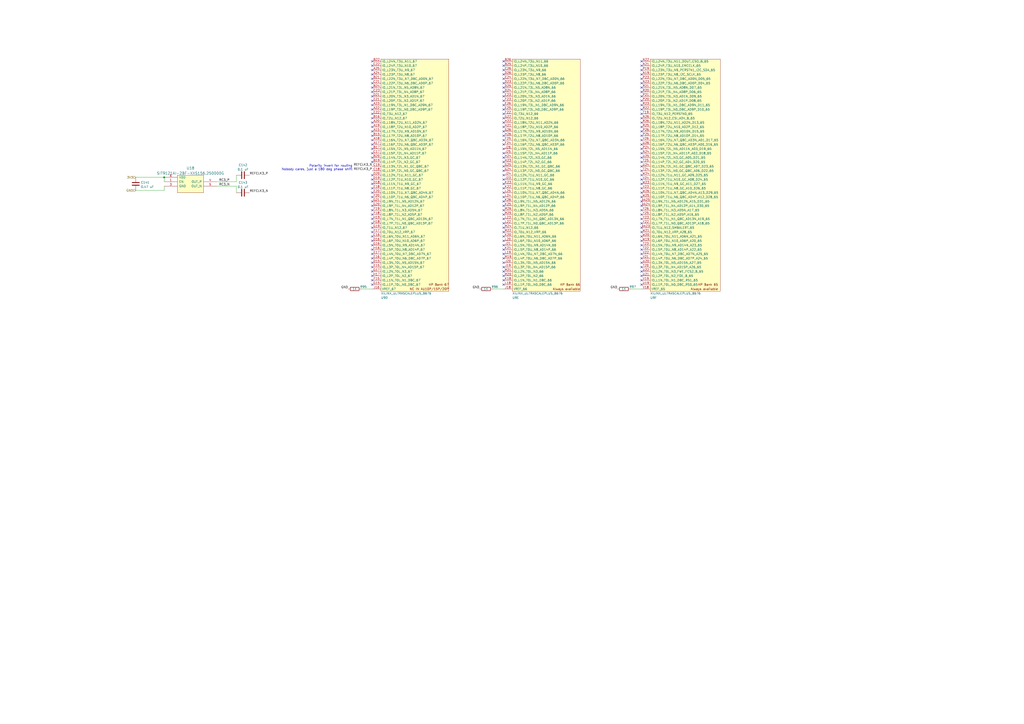
<source format=kicad_sch>
(kicad_sch (version 20211123) (generator eeschema)
  (paper "A2")
  (title_block (title "Kintex Ultrascale+ OshPark For The Lulz") (date "2024-02-25") (rev "0.1") (company "Antikernel Labs") (comment 1 "Andrew D. Zonenberg"))
  (junction (at 95.25 102.87))
  (no_connect (at 215.9 129.54))
  (no_connect (at 215.9 73.66))
  (no_connect (at 292.1 152.4))
  (no_connect (at 372.11 119.38))
  (no_connect (at 372.11 53.34))
  (no_connect (at 372.11 116.84))
  (no_connect (at 292.1 38.1))
  (no_connect (at 292.1 53.34))
  (no_connect (at 292.1 96.52))
  (no_connect (at 372.11 73.66))
  (no_connect (at 372.11 109.22))
  (no_connect (at 372.11 147.32))
  (no_connect (at 372.11 68.58))
  (no_connect (at 292.1 114.3))
  (no_connect (at 372.11 106.68))
  (no_connect (at 292.1 73.66))
  (no_connect (at 215.9 35.56))
  (no_connect (at 372.11 137.16))
  (no_connect (at 292.1 104.14))
  (no_connect (at 372.11 83.82))
  (no_connect (at 292.1 101.6))
  (no_connect (at 292.1 111.76))
  (no_connect (at 292.1 86.36))
  (no_connect (at 372.11 101.6))
  (no_connect (at 215.9 114.3))
  (no_connect (at 292.1 43.18))
  (no_connect (at 215.9 81.28))
  (no_connect (at 292.1 91.44))
  (no_connect (at 292.1 68.58))
  (no_connect (at 292.1 45.72))
  (no_connect (at 292.1 93.98))
  (no_connect (at 215.9 78.74))
  (no_connect (at 215.9 127))
  (no_connect (at 372.11 88.9))
  (no_connect (at 372.11 129.54))
  (no_connect (at 215.9 93.98))
  (no_connect (at 215.9 53.34))
  (no_connect (at 372.11 50.8))
  (no_connect (at 292.1 109.22))
  (no_connect (at 372.11 76.2))
  (no_connect (at 292.1 157.48))
  (no_connect (at 292.1 81.28))
  (no_connect (at 292.1 132.08))
  (no_connect (at 215.9 58.42))
  (no_connect (at 372.11 121.92))
  (no_connect (at 215.9 137.16))
  (no_connect (at 372.11 154.94))
  (no_connect (at 372.11 149.86))
  (no_connect (at 372.11 111.76))
  (no_connect (at 292.1 116.84))
  (no_connect (at 372.11 99.06))
  (no_connect (at 292.1 154.94))
  (no_connect (at 372.11 96.52))
  (no_connect (at 372.11 43.18))
  (no_connect (at 292.1 55.88))
  (no_connect (at 292.1 139.7))
  (no_connect (at 292.1 40.64))
  (no_connect (at 292.1 50.8))
  (no_connect (at 292.1 83.82))
  (no_connect (at 292.1 142.24))
  (no_connect (at 215.9 147.32))
  (no_connect (at 292.1 99.06))
  (no_connect (at 372.11 93.98))
  (no_connect (at 292.1 35.56))
  (no_connect (at 292.1 149.86))
  (no_connect (at 292.1 58.42))
  (no_connect (at 372.11 71.12))
  (no_connect (at 372.11 58.42))
  (no_connect (at 215.9 160.02))
  (no_connect (at 292.1 76.2))
  (no_connect (at 215.9 116.84))
  (no_connect (at 215.9 48.26))
  (no_connect (at 292.1 60.96))
  (no_connect (at 215.9 154.94))
  (no_connect (at 215.9 165.1))
  (no_connect (at 372.11 35.56))
  (no_connect (at 372.11 38.1))
  (no_connect (at 372.11 162.56))
  (no_connect (at 372.11 40.64))
  (no_connect (at 215.9 121.92))
  (no_connect (at 215.9 91.44))
  (no_connect (at 215.9 111.76))
  (no_connect (at 215.9 50.8))
  (no_connect (at 215.9 63.5))
  (no_connect (at 215.9 142.24))
  (no_connect (at 372.11 132.08))
  (no_connect (at 372.11 66.04))
  (no_connect (at 292.1 106.68))
  (no_connect (at 215.9 119.38))
  (no_connect (at 292.1 78.74))
  (no_connect (at 215.9 86.36))
  (no_connect (at 292.1 71.12))
  (no_connect (at 215.9 124.46))
  (no_connect (at 372.11 104.14))
  (no_connect (at 215.9 76.2))
  (no_connect (at 215.9 152.4))
  (no_connect (at 372.11 124.46))
  (no_connect (at 215.9 71.12))
  (no_connect (at 372.11 165.1))
  (no_connect (at 215.9 101.6))
  (no_connect (at 292.1 127))
  (no_connect (at 292.1 129.54))
  (no_connect (at 292.1 165.1))
  (no_connect (at 215.9 109.22))
  (no_connect (at 215.9 162.56))
  (no_connect (at 372.11 160.02))
  (no_connect (at 372.11 48.26))
  (no_connect (at 292.1 160.02))
  (no_connect (at 372.11 60.96))
  (no_connect (at 292.1 48.26))
  (no_connect (at 292.1 137.16))
  (no_connect (at 292.1 124.46))
  (no_connect (at 215.9 149.86))
  (no_connect (at 372.11 127))
  (no_connect (at 215.9 157.48))
  (no_connect (at 292.1 134.62))
  (no_connect (at 372.11 81.28))
  (no_connect (at 372.11 152.4))
  (no_connect (at 372.11 45.72))
  (no_connect (at 372.11 78.74))
  (no_connect (at 372.11 55.88))
  (no_connect (at 215.9 68.58))
  (no_connect (at 215.9 40.64))
  (no_connect (at 215.9 104.14))
  (no_connect (at 292.1 121.92))
  (no_connect (at 215.9 134.62))
  (no_connect (at 292.1 144.78))
  (no_connect (at 215.9 66.04))
  (no_connect (at 215.9 43.18))
  (no_connect (at 292.1 119.38))
  (no_connect (at 372.11 142.24))
  (no_connect (at 215.9 45.72))
  (no_connect (at 215.9 106.68))
  (no_connect (at 215.9 55.88))
  (no_connect (at 292.1 88.9))
  (no_connect (at 372.11 114.3))
  (no_connect (at 215.9 139.7))
  (no_connect (at 292.1 63.5))
  (no_connect (at 215.9 144.78))
  (no_connect (at 372.11 86.36))
  (no_connect (at 292.1 162.56))
  (no_connect (at 372.11 139.7))
  (no_connect (at 372.11 91.44))
  (no_connect (at 215.9 38.1))
  (no_connect (at 372.11 134.62))
  (no_connect (at 215.9 132.08))
  (no_connect (at 292.1 147.32))
  (no_connect (at 372.11 63.5))
  (no_connect (at 292.1 66.04))
  (no_connect (at 372.11 144.78))
  (no_connect (at 215.9 60.96))
  (no_connect (at 215.9 83.82))
  (no_connect (at 215.9 88.9))
  (no_connect (at 372.11 157.48))
  (wire (pts (xy 209.55 167.64) (xy 215.9 167.64)))
  (wire (pts (xy 137.16 107.95) (xy 137.16 111.76)))
  (wire (pts (xy 365.76 167.64) (xy 372.11 167.64)))
  (wire (pts (xy 95.25 110.49) (xy 95.25 107.95)))
  (wire (pts (xy 95.25 102.87) (xy 95.25 105.41)))
  (wire (pts (xy 125.73 105.41) (xy 137.16 105.41)))
  (wire (pts (xy 78.74 110.49) (xy 95.25 110.49)))
  (wire (pts (xy 285.75 167.64) (xy 292.1 167.64)))
  (wire (pts (xy 78.74 102.87) (xy 95.25 102.87)))
  (wire (pts (xy 125.73 107.95) (xy 137.16 107.95)))
  (wire (pts (xy 137.16 101.6) (xy 137.16 105.41)))
  (text "Polarity invert for routing\nNobody cares, just a 180 deg phase shift" (at 204.47 99.06 180) (effects (font (size 1.27 1.27)) (justify right bottom)))
  (label "REFCLK3_N" (at 144.78 111.76 0))
  (label "REFCLK3_N" (at 215.9 96.52 180))
  (label "REFCLK3_P" (at 144.78 101.6 0))
  (label "REFCLK3_P" (at 215.9 99.06 180))
  (label "RC3_N" (at 127 107.95 0))
  (label "RC3_P" (at 127 105.41 0))
  (label "GND" (at 201.93 167.64 180))
  (label "GND" (at 358.14 167.64 180))
  (label "GND" (at 278.13 167.64 180))
  (hierarchical_label "3V3" (shape input) (at 78.74 102.87 180))
  (hierarchical_label "GND" (shape input) (at 78.74 110.49 180))
  (symbol (lib_id "device:R") (at 361.95 167.64 90) (unit 1)
    (property "Reference" "R97" (at 367.03 166.37 90))
    (property "Value" "1K" (at 361.95 167.64 90))
    (property "Footprint" "azonenberg_pcb:EIA_0402_RES_NOSILK" (effects hide))
  )
  (symbol (lib_id "xilinx-azonenberg:XILINX_ULTRASCALEPLUS_B676") (at 220.98 168.91 0) (unit 4)
    (property "Reference" "U9" (at 220.98 172.72 0) (effects (justify left)))
    (property "Value" "XILINX_ULTRASCALEPLUS_B676" (at 220.98 170.18 0) (effects (justify left)))
    (property "Footprint" "azonenberg_pcb:BGA_676_27x27_FULLARRAY_1MM_FFG676" (effects hide))
  )
  (symbol (lib_id "device:R") (at 281.94 167.64 90) (unit 1)
    (property "Reference" "R96" (at 287.02 166.37 90))
    (property "Value" "1K" (at 281.94 167.64 90))
    (property "Footprint" "azonenberg_pcb:EIA_0402_RES_NOSILK" (effects hide))
  )
  (symbol (lib_id "device:C") (at 78.74 106.68 0) (unit 1)
    (property "Reference" "C141" (at 81.661 105.8453 0) (effects (justify left)))
    (property "Value" "0.47 uF" (at 81.661 108.3822 0) (effects (justify left)))
    (property "Footprint" "azonenberg_pcb:EIA_0402_CAP_NOSILK" (effects hide))
  )
  (symbol (lib_id "device:C") (at 140.97 101.6 90) (unit 1)
    (property "Reference" "C142" (at 140.97 95.7412 90))
    (property "Value" "0.1 uF" (at 140.97 98.2781 90))
    (property "Footprint" "azonenberg_pcb:EIA_0402_CAP_NOSILK" (effects hide))
  )
  (symbol (lib_id "xilinx-azonenberg:XILINX_ULTRASCALEPLUS_B676") (at 377.19 168.91 0) (unit 6)
    (property "Reference" "U9" (at 377.19 172.72 0) (effects (justify left)))
    (property "Value" "XILINX_ULTRASCALEPLUS_B676" (at 377.19 170.18 0) (effects (justify left)))
    (property "Footprint" "azonenberg_pcb:BGA_676_27x27_FULLARRAY_1MM_FFG676" (effects hide))
  )
  (symbol (lib_id "osc-azonenberg:OSC_LVDS_NOPAD") (at 102.87 111.76 0) (unit 1)
    (property "Reference" "U18" (at 110.49 97.5159 0) (effects (font (size 1.524 1.524))))
    (property "Value" "SIT9121AI-2BF-XXS156.250000G" (at 110.49 100.5093 0) (effects (font (size 1.524 1.524))))
    (property "Footprint" "azonenberg_pcb:OSCILLATOR_LVDS_3.2x2.5" (effects hide))
  )
  (symbol (lib_id "xilinx-azonenberg:XILINX_ULTRASCALEPLUS_B676") (at 297.18 168.91 0) (unit 5)
    (property "Reference" "U9" (at 297.18 172.72 0) (effects (justify left)))
    (property "Value" "XILINX_ULTRASCALEPLUS_B676" (at 297.18 170.18 0) (effects (justify left)))
    (property "Footprint" "azonenberg_pcb:BGA_676_27x27_FULLARRAY_1MM_FFG676" (effects hide))
  )
  (symbol (lib_id "device:C") (at 140.97 111.76 90) (unit 1)
    (property "Reference" "C143" (at 140.97 105.9012 90))
    (property "Value" "0.1 uF" (at 140.97 108.4381 90))
    (property "Footprint" "azonenberg_pcb:EIA_0402_CAP_NOSILK" (effects hide))
  )
  (symbol (lib_id "device:R") (at 205.74 167.64 90) (unit 1)
    (property "Reference" "R95" (at 210.82 166.37 90))
    (property "Value" "1K" (at 205.74 167.64 90))
    (property "Footprint" "azonenberg_pcb:EIA_0402_RES_NOSILK" (effects hide))
  )
)
</source>
